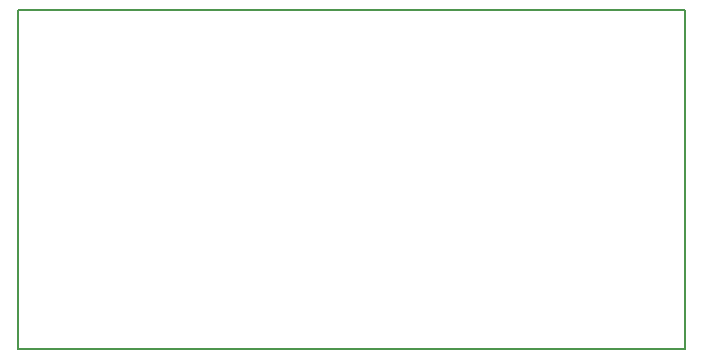
<source format=gbr>
%TF.GenerationSoftware,KiCad,Pcbnew,9.0.4*%
%TF.CreationDate,2025-11-17T08:26:25+00:00*%
%TF.ProjectId,MRF-Pro-v7.5,4d52462d-5072-46f2-9d76-372e352e6b69,rev?*%
%TF.SameCoordinates,Original*%
%TF.FileFunction,Profile,NP*%
%FSLAX46Y46*%
G04 Gerber Fmt 4.6, Leading zero omitted, Abs format (unit mm)*
G04 Created by KiCad (PCBNEW 9.0.4) date 2025-11-17 08:26:25*
%MOMM*%
%LPD*%
G01*
G04 APERTURE LIST*
%TA.AperFunction,Profile*%
%ADD10C,0.200000*%
%TD*%
G04 APERTURE END LIST*
D10*
X105664000Y-96266000D02*
X162128200Y-96266000D01*
X162128200Y-124993400D01*
X105664000Y-124993400D01*
X105664000Y-96266000D01*
M02*

</source>
